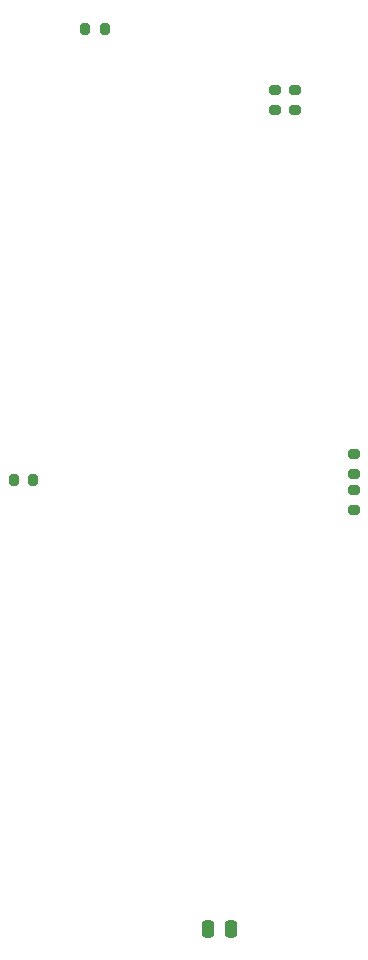
<source format=gbr>
%TF.GenerationSoftware,KiCad,Pcbnew,(6.0.4)*%
%TF.CreationDate,2022-05-04T17:07:43-02:30*%
%TF.ProjectId,interstate,696e7465-7273-4746-9174-652e6b696361,rev?*%
%TF.SameCoordinates,Original*%
%TF.FileFunction,Paste,Bot*%
%TF.FilePolarity,Positive*%
%FSLAX46Y46*%
G04 Gerber Fmt 4.6, Leading zero omitted, Abs format (unit mm)*
G04 Created by KiCad (PCBNEW (6.0.4)) date 2022-05-04 17:07:43*
%MOMM*%
%LPD*%
G01*
G04 APERTURE LIST*
G04 Aperture macros list*
%AMRoundRect*
0 Rectangle with rounded corners*
0 $1 Rounding radius*
0 $2 $3 $4 $5 $6 $7 $8 $9 X,Y pos of 4 corners*
0 Add a 4 corners polygon primitive as box body*
4,1,4,$2,$3,$4,$5,$6,$7,$8,$9,$2,$3,0*
0 Add four circle primitives for the rounded corners*
1,1,$1+$1,$2,$3*
1,1,$1+$1,$4,$5*
1,1,$1+$1,$6,$7*
1,1,$1+$1,$8,$9*
0 Add four rect primitives between the rounded corners*
20,1,$1+$1,$2,$3,$4,$5,0*
20,1,$1+$1,$4,$5,$6,$7,0*
20,1,$1+$1,$6,$7,$8,$9,0*
20,1,$1+$1,$8,$9,$2,$3,0*%
G04 Aperture macros list end*
%ADD10RoundRect,0.200000X-0.275000X0.200000X-0.275000X-0.200000X0.275000X-0.200000X0.275000X0.200000X0*%
%ADD11RoundRect,0.250000X0.250000X0.475000X-0.250000X0.475000X-0.250000X-0.475000X0.250000X-0.475000X0*%
%ADD12RoundRect,0.200000X0.200000X0.275000X-0.200000X0.275000X-0.200000X-0.275000X0.200000X-0.275000X0*%
%ADD13RoundRect,0.200000X0.275000X-0.200000X0.275000X0.200000X-0.275000X0.200000X-0.275000X-0.200000X0*%
G04 APERTURE END LIST*
D10*
%TO.C,R25*%
X131318000Y-80010000D03*
X131318000Y-81660000D03*
%TD*%
D11*
%TO.C,C23*%
X127575000Y-151000000D03*
X125675000Y-151000000D03*
%TD*%
D12*
%TO.C,R20*%
X116903000Y-74803000D03*
X115253000Y-74803000D03*
%TD*%
%TO.C,R19*%
X110825000Y-113000000D03*
X109175000Y-113000000D03*
%TD*%
D13*
%TO.C,R24*%
X132969000Y-81660000D03*
X132969000Y-80010000D03*
%TD*%
%TO.C,R23*%
X138000000Y-115528000D03*
X138000000Y-113878000D03*
%TD*%
%TO.C,R22*%
X138000000Y-112480000D03*
X138000000Y-110830000D03*
%TD*%
M02*

</source>
